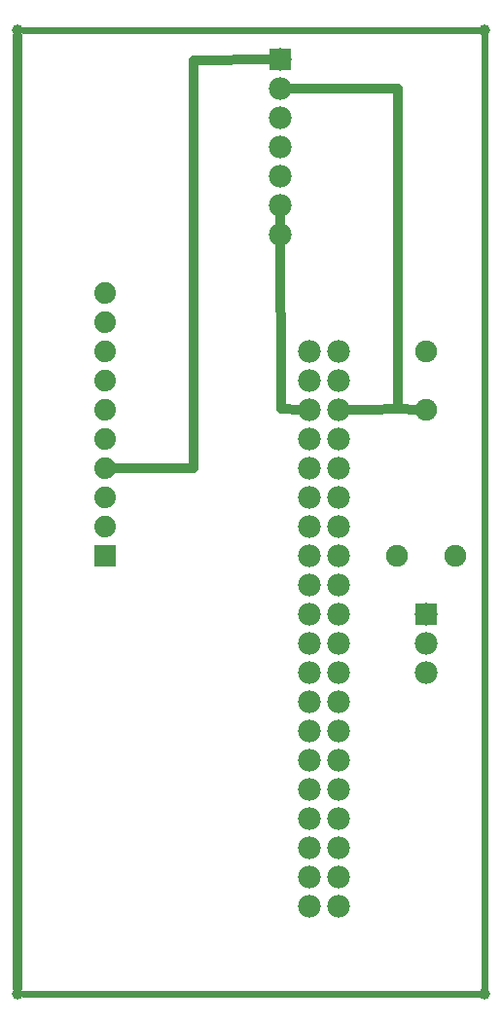
<source format=gbl>
G04 MADE WITH FRITZING*
G04 WWW.FRITZING.ORG*
G04 DOUBLE SIDED*
G04 HOLES PLATED*
G04 CONTOUR ON CENTER OF CONTOUR VECTOR*
%ASAXBY*%
%FSLAX23Y23*%
%MOIN*%
%OFA0B0*%
%SFA1.0B1.0*%
%ADD10C,0.077444*%
%ADD11C,0.074000*%
%ADD12C,0.078000*%
%ADD13C,0.075433*%
%ADD14C,0.039370*%
%ADD15R,0.074000X0.074000*%
%ADD16R,0.078000X0.078000*%
%ADD17C,0.032000*%
%ADD18C,0.024000*%
%LNCOPPER0*%
G90*
G70*
G54D10*
X5263Y2771D03*
X5263Y2671D03*
X5263Y2571D03*
X5263Y2471D03*
X5263Y2371D03*
X5263Y2271D03*
X5263Y2171D03*
X5263Y2071D03*
X5262Y1971D03*
X5263Y1871D03*
X5263Y1771D03*
X5263Y1671D03*
X5263Y1571D03*
X5263Y1471D03*
X5263Y1371D03*
X5263Y1271D03*
X5263Y1172D03*
X5263Y1071D03*
X5263Y971D03*
X5263Y871D03*
X5363Y871D03*
X5363Y971D03*
X5363Y1071D03*
X5363Y1172D03*
X5363Y1271D03*
X5363Y1371D03*
X5363Y1471D03*
X5363Y1571D03*
X5363Y1671D03*
X5363Y1771D03*
X5363Y1871D03*
X5363Y1971D03*
X5363Y2071D03*
X5363Y2171D03*
X5363Y2271D03*
X5363Y2371D03*
X5363Y2471D03*
X5363Y2571D03*
X5363Y2671D03*
X5363Y2771D03*
G54D11*
X4563Y2071D03*
X4563Y2171D03*
X4563Y2271D03*
X4563Y2371D03*
X4563Y2471D03*
X4563Y2571D03*
X4563Y2671D03*
X4563Y2771D03*
X4563Y2871D03*
X4563Y2971D03*
G54D12*
X5163Y3771D03*
X5163Y3671D03*
X5163Y3571D03*
X5163Y3471D03*
X5163Y3371D03*
X5163Y3271D03*
X5163Y3171D03*
X5663Y1871D03*
X5663Y1771D03*
X5663Y1671D03*
G54D13*
X5663Y2571D03*
X5663Y2771D03*
G54D14*
X5863Y571D03*
X5863Y3871D03*
X4263Y3871D03*
X4263Y571D03*
G54D13*
X5563Y2071D03*
X5763Y2071D03*
G54D15*
X4563Y2071D03*
G54D16*
X5163Y3771D03*
X5663Y1871D03*
G54D17*
X5233Y2572D02*
X5165Y2573D01*
D02*
X5165Y2573D02*
X5163Y3241D01*
D02*
X4864Y3769D02*
X4864Y2372D01*
D02*
X4864Y2372D02*
X4600Y2371D01*
D02*
X5133Y3771D02*
X4864Y3769D01*
D02*
X5464Y2572D02*
X5564Y2573D01*
D02*
X5564Y3672D02*
X5193Y3671D01*
D02*
X5564Y2573D02*
X5564Y3672D01*
D02*
X5393Y2572D02*
X5464Y2572D01*
D02*
X5564Y2573D02*
X5634Y2572D01*
G54D18*
D02*
X5844Y571D02*
X4282Y571D01*
D02*
X5863Y590D02*
X5863Y3852D01*
G54D17*
D02*
X4263Y590D02*
X4263Y3852D01*
G54D18*
D02*
X4282Y3871D02*
X5844Y3871D01*
G04 End of Copper0*
M02*
</source>
